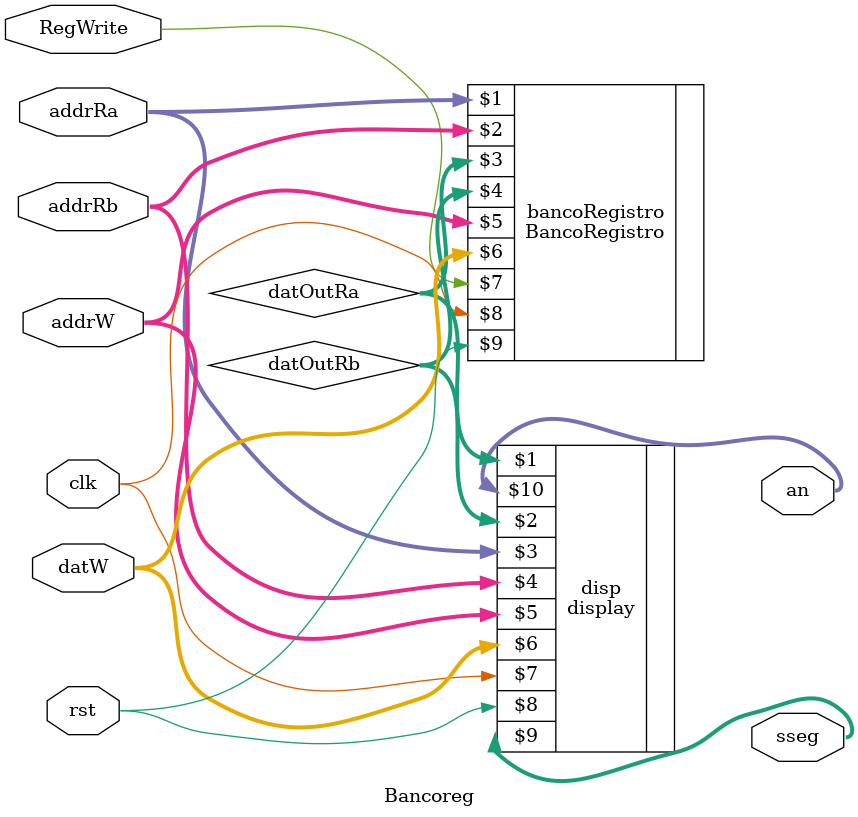
<source format=v>
`timescale 1ns / 1ps

/**Integración sistema completo: 
* conexión modulos 'BancoRegistro' y 'display'
*/

module Bancoreg (
    input [2:0] addrRa,   // Dirección registro A
	input [2:0] addrRb,   // Dirección registro B
	input [2:0] addrW,    // Dirección de escritura
	input [3:0] datW,     // Dato a escribir
    input RegWrite, 	  // Señal activación escritura de registros
	input clk, 			  // Señal de Reloj
	input rst, 		  	  // reset
	
    output [0:6] sseg,
    output [5:0] an
	);
	
	wire [3:0] datOutRa;
    wire [3:0] datOutRb;
	
	// instancia modulo bancoRegistro
	BancoRegistro bancoRegistro(addrRa, addrRb, datOutRa, 
										 datOutRb, addrW, datW,
										 RegWrite, clk, rst);

	// instancia modulo display
	display disp(datOutRa, datOutRb, addrRa, 
					 addrRb, addrW, datW, clk, rst, sseg, an);

endmodule

</source>
